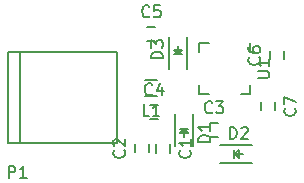
<source format=gto>
G04 #@! TF.FileFunction,Legend,Top*
%FSLAX46Y46*%
G04 Gerber Fmt 4.6, Leading zero omitted, Abs format (unit mm)*
G04 Created by KiCad (PCBNEW 4.0.0-rc1-stable) date 12/2/2015 8:57:58 PM*
%MOMM*%
G01*
G04 APERTURE LIST*
%ADD10C,0.100000*%
%ADD11C,0.150000*%
G04 APERTURE END LIST*
D10*
D11*
X138346000Y-107858000D02*
X139046000Y-107858000D01*
X139046000Y-109058000D02*
X138346000Y-109058000D01*
X140300000Y-117772000D02*
X140300000Y-118472000D01*
X139100000Y-118472000D02*
X139100000Y-117772000D01*
X137322000Y-118460000D02*
X137322000Y-117760000D01*
X138522000Y-117760000D02*
X138522000Y-118460000D01*
X143656000Y-115986000D02*
X144356000Y-115986000D01*
X144356000Y-117186000D02*
X143656000Y-117186000D01*
X138588000Y-114462000D02*
X139288000Y-114462000D01*
X139288000Y-115662000D02*
X138588000Y-115662000D01*
X148752000Y-110586000D02*
X148752000Y-109886000D01*
X149952000Y-109886000D02*
X149952000Y-110586000D01*
X149190000Y-114204000D02*
X149190000Y-114904000D01*
X147990000Y-114904000D02*
X147990000Y-114204000D01*
X140728000Y-115240000D02*
X140728000Y-117940000D01*
X142228000Y-115240000D02*
X142228000Y-117940000D01*
X141328000Y-116740000D02*
X141578000Y-116740000D01*
X141578000Y-116740000D02*
X141428000Y-116590000D01*
X141828000Y-116490000D02*
X141128000Y-116490000D01*
X141478000Y-116840000D02*
X141478000Y-117190000D01*
X141478000Y-116490000D02*
X141828000Y-116840000D01*
X141828000Y-116840000D02*
X141128000Y-116840000D01*
X141128000Y-116840000D02*
X141478000Y-116490000D01*
X144483020Y-119368000D02*
X147183020Y-119368000D01*
X144483020Y-117868000D02*
X147183020Y-117868000D01*
X145983020Y-118768000D02*
X145983020Y-118518000D01*
X145983020Y-118518000D02*
X145833020Y-118668000D01*
X145733020Y-118268000D02*
X145733020Y-118968000D01*
X146083020Y-118618000D02*
X146433020Y-118618000D01*
X145733020Y-118618000D02*
X146083020Y-118268000D01*
X146083020Y-118268000D02*
X146083020Y-118968000D01*
X146083020Y-118968000D02*
X145733020Y-118618000D01*
X141720000Y-111361020D02*
X141720000Y-108661020D01*
X140220000Y-111361020D02*
X140220000Y-108661020D01*
X141120000Y-109861020D02*
X140870000Y-109861020D01*
X140870000Y-109861020D02*
X141020000Y-110011020D01*
X140620000Y-110111020D02*
X141320000Y-110111020D01*
X140970000Y-109761020D02*
X140970000Y-109411020D01*
X140970000Y-110111020D02*
X140620000Y-109761020D01*
X140620000Y-109761020D02*
X141320000Y-109761020D01*
X141320000Y-109761020D02*
X140970000Y-110111020D01*
X138184000Y-112355000D02*
X139184000Y-112355000D01*
X139184000Y-113705000D02*
X138184000Y-113705000D01*
X127571500Y-109941360D02*
X127571500Y-117642640D01*
X126570740Y-109941360D02*
X126570740Y-117642640D01*
X126570740Y-117642640D02*
X135770620Y-117642640D01*
X135770620Y-117642640D02*
X135770620Y-109941360D01*
X135770620Y-109941360D02*
X126570740Y-109941360D01*
X147067000Y-113519000D02*
X146292000Y-113519000D01*
X142767000Y-109219000D02*
X143542000Y-109219000D01*
X142767000Y-113519000D02*
X143542000Y-113519000D01*
X147067000Y-109219000D02*
X147067000Y-109994000D01*
X142767000Y-109219000D02*
X142767000Y-109994000D01*
X142767000Y-113519000D02*
X142767000Y-112744000D01*
X147067000Y-113519000D02*
X147067000Y-112744000D01*
X138529334Y-106915143D02*
X138481715Y-106962762D01*
X138338858Y-107010381D01*
X138243620Y-107010381D01*
X138100762Y-106962762D01*
X138005524Y-106867524D01*
X137957905Y-106772286D01*
X137910286Y-106581810D01*
X137910286Y-106438952D01*
X137957905Y-106248476D01*
X138005524Y-106153238D01*
X138100762Y-106058000D01*
X138243620Y-106010381D01*
X138338858Y-106010381D01*
X138481715Y-106058000D01*
X138529334Y-106105619D01*
X139434096Y-106010381D02*
X138957905Y-106010381D01*
X138910286Y-106486571D01*
X138957905Y-106438952D01*
X139053143Y-106391333D01*
X139291239Y-106391333D01*
X139386477Y-106438952D01*
X139434096Y-106486571D01*
X139481715Y-106581810D01*
X139481715Y-106819905D01*
X139434096Y-106915143D01*
X139386477Y-106962762D01*
X139291239Y-107010381D01*
X139053143Y-107010381D01*
X138957905Y-106962762D01*
X138910286Y-106915143D01*
X141957143Y-118288666D02*
X142004762Y-118336285D01*
X142052381Y-118479142D01*
X142052381Y-118574380D01*
X142004762Y-118717238D01*
X141909524Y-118812476D01*
X141814286Y-118860095D01*
X141623810Y-118907714D01*
X141480952Y-118907714D01*
X141290476Y-118860095D01*
X141195238Y-118812476D01*
X141100000Y-118717238D01*
X141052381Y-118574380D01*
X141052381Y-118479142D01*
X141100000Y-118336285D01*
X141147619Y-118288666D01*
X142052381Y-117336285D02*
X142052381Y-117907714D01*
X142052381Y-117622000D02*
X141052381Y-117622000D01*
X141195238Y-117717238D01*
X141290476Y-117812476D01*
X141338095Y-117907714D01*
X136379143Y-118276666D02*
X136426762Y-118324285D01*
X136474381Y-118467142D01*
X136474381Y-118562380D01*
X136426762Y-118705238D01*
X136331524Y-118800476D01*
X136236286Y-118848095D01*
X136045810Y-118895714D01*
X135902952Y-118895714D01*
X135712476Y-118848095D01*
X135617238Y-118800476D01*
X135522000Y-118705238D01*
X135474381Y-118562380D01*
X135474381Y-118467142D01*
X135522000Y-118324285D01*
X135569619Y-118276666D01*
X135569619Y-117895714D02*
X135522000Y-117848095D01*
X135474381Y-117752857D01*
X135474381Y-117514761D01*
X135522000Y-117419523D01*
X135569619Y-117371904D01*
X135664857Y-117324285D01*
X135760095Y-117324285D01*
X135902952Y-117371904D01*
X136474381Y-117943333D01*
X136474381Y-117324285D01*
X143839334Y-115043143D02*
X143791715Y-115090762D01*
X143648858Y-115138381D01*
X143553620Y-115138381D01*
X143410762Y-115090762D01*
X143315524Y-114995524D01*
X143267905Y-114900286D01*
X143220286Y-114709810D01*
X143220286Y-114566952D01*
X143267905Y-114376476D01*
X143315524Y-114281238D01*
X143410762Y-114186000D01*
X143553620Y-114138381D01*
X143648858Y-114138381D01*
X143791715Y-114186000D01*
X143839334Y-114233619D01*
X144172667Y-114138381D02*
X144791715Y-114138381D01*
X144458381Y-114519333D01*
X144601239Y-114519333D01*
X144696477Y-114566952D01*
X144744096Y-114614571D01*
X144791715Y-114709810D01*
X144791715Y-114947905D01*
X144744096Y-115043143D01*
X144696477Y-115090762D01*
X144601239Y-115138381D01*
X144315524Y-115138381D01*
X144220286Y-115090762D01*
X144172667Y-115043143D01*
X138771334Y-113519143D02*
X138723715Y-113566762D01*
X138580858Y-113614381D01*
X138485620Y-113614381D01*
X138342762Y-113566762D01*
X138247524Y-113471524D01*
X138199905Y-113376286D01*
X138152286Y-113185810D01*
X138152286Y-113042952D01*
X138199905Y-112852476D01*
X138247524Y-112757238D01*
X138342762Y-112662000D01*
X138485620Y-112614381D01*
X138580858Y-112614381D01*
X138723715Y-112662000D01*
X138771334Y-112709619D01*
X139628477Y-112947714D02*
X139628477Y-113614381D01*
X139390381Y-112566762D02*
X139152286Y-113281048D01*
X139771334Y-113281048D01*
X147809143Y-110402666D02*
X147856762Y-110450285D01*
X147904381Y-110593142D01*
X147904381Y-110688380D01*
X147856762Y-110831238D01*
X147761524Y-110926476D01*
X147666286Y-110974095D01*
X147475810Y-111021714D01*
X147332952Y-111021714D01*
X147142476Y-110974095D01*
X147047238Y-110926476D01*
X146952000Y-110831238D01*
X146904381Y-110688380D01*
X146904381Y-110593142D01*
X146952000Y-110450285D01*
X146999619Y-110402666D01*
X146904381Y-109545523D02*
X146904381Y-109736000D01*
X146952000Y-109831238D01*
X146999619Y-109878857D01*
X147142476Y-109974095D01*
X147332952Y-110021714D01*
X147713905Y-110021714D01*
X147809143Y-109974095D01*
X147856762Y-109926476D01*
X147904381Y-109831238D01*
X147904381Y-109640761D01*
X147856762Y-109545523D01*
X147809143Y-109497904D01*
X147713905Y-109450285D01*
X147475810Y-109450285D01*
X147380571Y-109497904D01*
X147332952Y-109545523D01*
X147285333Y-109640761D01*
X147285333Y-109831238D01*
X147332952Y-109926476D01*
X147380571Y-109974095D01*
X147475810Y-110021714D01*
X150847143Y-114720666D02*
X150894762Y-114768285D01*
X150942381Y-114911142D01*
X150942381Y-115006380D01*
X150894762Y-115149238D01*
X150799524Y-115244476D01*
X150704286Y-115292095D01*
X150513810Y-115339714D01*
X150370952Y-115339714D01*
X150180476Y-115292095D01*
X150085238Y-115244476D01*
X149990000Y-115149238D01*
X149942381Y-115006380D01*
X149942381Y-114911142D01*
X149990000Y-114768285D01*
X150037619Y-114720666D01*
X149942381Y-114387333D02*
X149942381Y-113720666D01*
X150942381Y-114149238D01*
X143680381Y-117578095D02*
X142680381Y-117578095D01*
X142680381Y-117340000D01*
X142728000Y-117197142D01*
X142823238Y-117101904D01*
X142918476Y-117054285D01*
X143108952Y-117006666D01*
X143251810Y-117006666D01*
X143442286Y-117054285D01*
X143537524Y-117101904D01*
X143632762Y-117197142D01*
X143680381Y-117340000D01*
X143680381Y-117578095D01*
X143680381Y-116054285D02*
X143680381Y-116625714D01*
X143680381Y-116340000D02*
X142680381Y-116340000D01*
X142823238Y-116435238D01*
X142918476Y-116530476D01*
X142966095Y-116625714D01*
X145344925Y-117320381D02*
X145344925Y-116320381D01*
X145583020Y-116320381D01*
X145725878Y-116368000D01*
X145821116Y-116463238D01*
X145868735Y-116558476D01*
X145916354Y-116748952D01*
X145916354Y-116891810D01*
X145868735Y-117082286D01*
X145821116Y-117177524D01*
X145725878Y-117272762D01*
X145583020Y-117320381D01*
X145344925Y-117320381D01*
X146297306Y-116415619D02*
X146344925Y-116368000D01*
X146440163Y-116320381D01*
X146678259Y-116320381D01*
X146773497Y-116368000D01*
X146821116Y-116415619D01*
X146868735Y-116510857D01*
X146868735Y-116606095D01*
X146821116Y-116748952D01*
X146249687Y-117320381D01*
X146868735Y-117320381D01*
X139672381Y-110499115D02*
X138672381Y-110499115D01*
X138672381Y-110261020D01*
X138720000Y-110118162D01*
X138815238Y-110022924D01*
X138910476Y-109975305D01*
X139100952Y-109927686D01*
X139243810Y-109927686D01*
X139434286Y-109975305D01*
X139529524Y-110022924D01*
X139624762Y-110118162D01*
X139672381Y-110261020D01*
X139672381Y-110499115D01*
X138672381Y-109594353D02*
X138672381Y-108975305D01*
X139053333Y-109308639D01*
X139053333Y-109165781D01*
X139100952Y-109070543D01*
X139148571Y-109022924D01*
X139243810Y-108975305D01*
X139481905Y-108975305D01*
X139577143Y-109022924D01*
X139624762Y-109070543D01*
X139672381Y-109165781D01*
X139672381Y-109451496D01*
X139624762Y-109546734D01*
X139577143Y-109594353D01*
X138517334Y-115382381D02*
X138041143Y-115382381D01*
X138041143Y-114382381D01*
X139374477Y-115382381D02*
X138803048Y-115382381D01*
X139088762Y-115382381D02*
X139088762Y-114382381D01*
X138993524Y-114525238D01*
X138898286Y-114620476D01*
X138803048Y-114668095D01*
X126622585Y-120599461D02*
X126622585Y-119599461D01*
X127003538Y-119599461D01*
X127098776Y-119647080D01*
X127146395Y-119694699D01*
X127194014Y-119789937D01*
X127194014Y-119932794D01*
X127146395Y-120028032D01*
X127098776Y-120075651D01*
X127003538Y-120123270D01*
X126622585Y-120123270D01*
X128146395Y-120599461D02*
X127574966Y-120599461D01*
X127860680Y-120599461D02*
X127860680Y-119599461D01*
X127765442Y-119742318D01*
X127670204Y-119837556D01*
X127574966Y-119885175D01*
X147699381Y-112130905D02*
X148508905Y-112130905D01*
X148604143Y-112083286D01*
X148651762Y-112035667D01*
X148699381Y-111940429D01*
X148699381Y-111749952D01*
X148651762Y-111654714D01*
X148604143Y-111607095D01*
X148508905Y-111559476D01*
X147699381Y-111559476D01*
X148699381Y-110559476D02*
X148699381Y-111130905D01*
X148699381Y-110845191D02*
X147699381Y-110845191D01*
X147842238Y-110940429D01*
X147937476Y-111035667D01*
X147985095Y-111130905D01*
M02*

</source>
